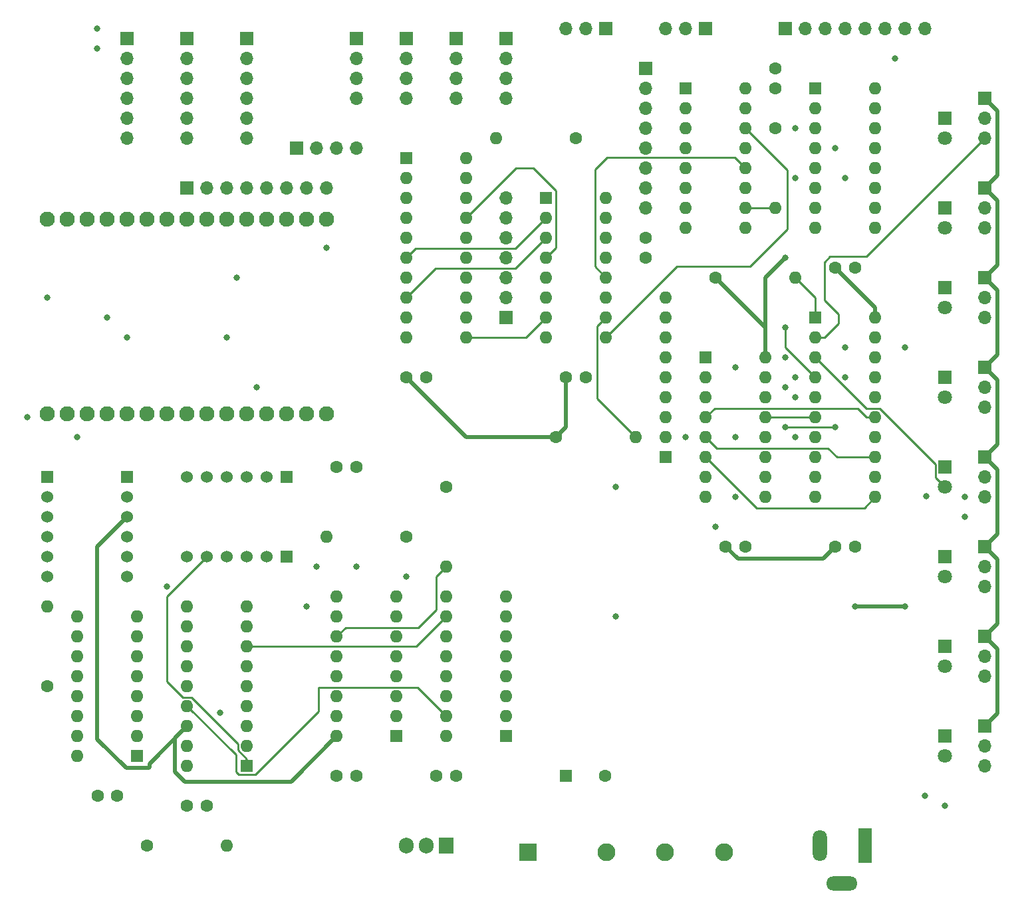
<source format=gbr>
%TF.GenerationSoftware,KiCad,Pcbnew,5.1.12-84ad8e8a86~92~ubuntu20.04.1*%
%TF.CreationDate,2021-11-23T15:55:34+01:00*%
%TF.ProjectId,ESP32wShiftRegisters,45535033-3277-4536-9869-667452656769,rev?*%
%TF.SameCoordinates,Original*%
%TF.FileFunction,Copper,L3,Inr*%
%TF.FilePolarity,Positive*%
%FSLAX46Y46*%
G04 Gerber Fmt 4.6, Leading zero omitted, Abs format (unit mm)*
G04 Created by KiCad (PCBNEW 5.1.12-84ad8e8a86~92~ubuntu20.04.1) date 2021-11-23 15:55:34*
%MOMM*%
%LPD*%
G01*
G04 APERTURE LIST*
%TA.AperFunction,ComponentPad*%
%ADD10R,1.800000X4.400000*%
%TD*%
%TA.AperFunction,ComponentPad*%
%ADD11O,1.800000X4.000000*%
%TD*%
%TA.AperFunction,ComponentPad*%
%ADD12O,4.000000X1.800000*%
%TD*%
%TA.AperFunction,ComponentPad*%
%ADD13O,1.600000X1.600000*%
%TD*%
%TA.AperFunction,ComponentPad*%
%ADD14R,1.600000X1.600000*%
%TD*%
%TA.AperFunction,ComponentPad*%
%ADD15C,1.800000*%
%TD*%
%TA.AperFunction,ComponentPad*%
%ADD16R,1.800000X1.800000*%
%TD*%
%TA.AperFunction,ComponentPad*%
%ADD17O,1.905000X2.000000*%
%TD*%
%TA.AperFunction,ComponentPad*%
%ADD18R,1.905000X2.000000*%
%TD*%
%TA.AperFunction,ComponentPad*%
%ADD19C,1.524000*%
%TD*%
%TA.AperFunction,ComponentPad*%
%ADD20R,1.524000X1.524000*%
%TD*%
%TA.AperFunction,ComponentPad*%
%ADD21C,1.930400*%
%TD*%
%TA.AperFunction,ComponentPad*%
%ADD22C,1.600000*%
%TD*%
%TA.AperFunction,ComponentPad*%
%ADD23O,1.700000X1.700000*%
%TD*%
%TA.AperFunction,ComponentPad*%
%ADD24R,1.700000X1.700000*%
%TD*%
%TA.AperFunction,ComponentPad*%
%ADD25C,2.270000*%
%TD*%
%TA.AperFunction,ComponentPad*%
%ADD26R,2.270000X2.270000*%
%TD*%
%TA.AperFunction,ViaPad*%
%ADD27C,0.800000*%
%TD*%
%TA.AperFunction,Conductor*%
%ADD28C,0.500000*%
%TD*%
%TA.AperFunction,Conductor*%
%ADD29C,0.250000*%
%TD*%
G04 APERTURE END LIST*
D10*
%TO.N,Net-(D9-Pad3)*%
%TO.C,J23*%
X120650000Y-121920000D03*
D11*
%TO.N,Net-(D9-Pad2)*%
X114850000Y-121920000D03*
D12*
%TO.N,N/C*%
X117650000Y-126720000D03*
%TD*%
D13*
%TO.N,Net-(D1-Pad1)*%
%TO.C,RN1*%
X95250000Y-52070000D03*
%TO.N,Net-(D2-Pad1)*%
X95250000Y-54610000D03*
%TO.N,Net-(D3-Pad1)*%
X95250000Y-57150000D03*
%TO.N,Net-(D4-Pad1)*%
X95250000Y-59690000D03*
%TO.N,Net-(D5-Pad1)*%
X95250000Y-62230000D03*
%TO.N,Net-(D6-Pad1)*%
X95250000Y-64770000D03*
%TO.N,Net-(D7-Pad1)*%
X95250000Y-67310000D03*
%TO.N,Net-(D8-Pad1)*%
X95250000Y-69850000D03*
D14*
%TO.N,GND*%
X95250000Y-72390000D03*
%TD*%
D15*
%TO.N,OUT_LED8*%
%TO.C,D8*%
X130810000Y-110490000D03*
D16*
%TO.N,Net-(D8-Pad1)*%
X130810000Y-107950000D03*
%TD*%
D15*
%TO.N,OUT_LED7*%
%TO.C,D7*%
X130810000Y-99060000D03*
D16*
%TO.N,Net-(D7-Pad1)*%
X130810000Y-96520000D03*
%TD*%
D15*
%TO.N,OUT_LED6*%
%TO.C,D6*%
X130810000Y-87630000D03*
D16*
%TO.N,Net-(D6-Pad1)*%
X130810000Y-85090000D03*
%TD*%
D15*
%TO.N,OUT_LED5*%
%TO.C,D5*%
X130810000Y-76200000D03*
D16*
%TO.N,Net-(D5-Pad1)*%
X130810000Y-73660000D03*
%TD*%
D15*
%TO.N,OUT_LED4*%
%TO.C,D4*%
X130810000Y-64770000D03*
D16*
%TO.N,Net-(D4-Pad1)*%
X130810000Y-62230000D03*
%TD*%
D15*
%TO.N,OUT_LED3*%
%TO.C,D3*%
X130810000Y-53340000D03*
D16*
%TO.N,Net-(D3-Pad1)*%
X130810000Y-50800000D03*
%TD*%
D15*
%TO.N,OUT_LED2*%
%TO.C,D2*%
X130810000Y-43180000D03*
D16*
%TO.N,Net-(D2-Pad1)*%
X130810000Y-40640000D03*
%TD*%
D15*
%TO.N,OUT_LED1*%
%TO.C,D1*%
X130810000Y-31750000D03*
D16*
%TO.N,Net-(D1-Pad1)*%
X130810000Y-29210000D03*
%TD*%
D17*
%TO.N,5V*%
%TO.C,U14*%
X62230000Y-121920000D03*
%TO.N,GND*%
X64770000Y-121920000D03*
D18*
%TO.N,Net-(D9-Pad1)*%
X67310000Y-121920000D03*
%TD*%
D13*
%TO.N,5V*%
%TO.C,U13*%
X67310000Y-107950000D03*
%TO.N,GND*%
X74930000Y-90170000D03*
%TO.N,P2S_CE*%
X67310000Y-105410000D03*
%TO.N,P2S_CASC1*%
X74930000Y-92710000D03*
%TO.N,Net-(U13-Pad14)*%
X67310000Y-102870000D03*
%TO.N,Net-(U13-Pad6)*%
X74930000Y-95250000D03*
%TO.N,Net-(U13-Pad13)*%
X67310000Y-100330000D03*
%TO.N,Net-(U13-Pad5)*%
X74930000Y-97790000D03*
%TO.N,Net-(U13-Pad12)*%
X67310000Y-97790000D03*
%TO.N,Net-(U13-Pad4)*%
X74930000Y-100330000D03*
%TO.N,Net-(U13-Pad11)*%
X67310000Y-95250000D03*
%TO.N,Net-(U13-Pad3)*%
X74930000Y-102870000D03*
%TO.N,P2S_CASC2*%
X67310000Y-92710000D03*
%TO.N,P2S_SCK*%
X74930000Y-105410000D03*
%TO.N,N/C*%
X67310000Y-90170000D03*
D14*
%TO.N,P2S_SHLD*%
X74930000Y-107950000D03*
%TD*%
D13*
%TO.N,N/C*%
%TO.C,U12*%
X34290000Y-111760000D03*
X41910000Y-91440000D03*
X34290000Y-109220000D03*
%TO.N,GND*%
X41910000Y-93980000D03*
%TO.N,5V*%
X34290000Y-106680000D03*
%TO.N,P2S_CASC2*%
X41910000Y-96520000D03*
%TO.N,P2S_CE*%
X34290000Y-104140000D03*
%TO.N,Net-(U10-Pad1)*%
X41910000Y-99060000D03*
%TO.N,Net-(U10-Pad6)*%
X34290000Y-101600000D03*
%TO.N,Net-(U10-Pad15)*%
X41910000Y-101600000D03*
%TO.N,Net-(U10-Pad4)*%
X34290000Y-99060000D03*
%TO.N,Net-(U10-Pad13)*%
X41910000Y-104140000D03*
%TO.N,Net-(U10-Pad5)*%
X34290000Y-96520000D03*
%TO.N,Net-(U10-Pad14)*%
X41910000Y-106680000D03*
%TO.N,Net-(U10-Pad7)*%
X34290000Y-93980000D03*
%TO.N,P2S_SCK*%
X41910000Y-109220000D03*
%TO.N,P2S_CASC3*%
X34290000Y-91440000D03*
D14*
%TO.N,P2S_SHLD*%
X41910000Y-111760000D03*
%TD*%
D13*
%TO.N,5V*%
%TO.C,U11*%
X121920000Y-25400000D03*
%TO.N,GND*%
X114300000Y-43180000D03*
%TO.N,P2S_CE*%
X121920000Y-27940000D03*
%TO.N,P2S_CASC3*%
X114300000Y-40640000D03*
%TO.N,Net-(J3-Pad5)*%
X121920000Y-30480000D03*
%TO.N,Net-(J3-Pad1)*%
X114300000Y-38100000D03*
%TO.N,Net-(J3-Pad6)*%
X121920000Y-33020000D03*
%TO.N,Net-(J3-Pad2)*%
X114300000Y-35560000D03*
%TO.N,Net-(J3-Pad7)*%
X121920000Y-35560000D03*
%TO.N,Net-(J3-Pad3)*%
X114300000Y-33020000D03*
%TO.N,Net-(J3-Pad8)*%
X121920000Y-38100000D03*
%TO.N,Net-(J3-Pad4)*%
X114300000Y-30480000D03*
%TO.N,N/C*%
X121920000Y-40640000D03*
%TO.N,P2S_SCK*%
X114300000Y-27940000D03*
%TO.N,N/C*%
X121920000Y-43180000D03*
D14*
%TO.N,P2S_SHLD*%
X114300000Y-25400000D03*
%TD*%
D13*
%TO.N,5V*%
%TO.C,U10*%
X20320000Y-110490000D03*
%TO.N,GND*%
X27940000Y-92710000D03*
%TO.N,Net-(U10-Pad15)*%
X20320000Y-107950000D03*
%TO.N,Net-(U10-Pad7)*%
X27940000Y-95250000D03*
%TO.N,Net-(U10-Pad14)*%
X20320000Y-105410000D03*
%TO.N,Net-(U10-Pad6)*%
X27940000Y-97790000D03*
%TO.N,Net-(U10-Pad13)*%
X20320000Y-102870000D03*
%TO.N,Net-(U10-Pad5)*%
X27940000Y-100330000D03*
%TO.N,CNT_RESET*%
X20320000Y-100330000D03*
%TO.N,Net-(U10-Pad4)*%
X27940000Y-102870000D03*
%TO.N,Net-(R7-Pad2)*%
X20320000Y-97790000D03*
%TO.N,N/C*%
X27940000Y-105410000D03*
X20320000Y-95250000D03*
X27940000Y-107950000D03*
%TO.N,Net-(R5-Pad2)*%
X20320000Y-92710000D03*
D14*
%TO.N,Net-(U10-Pad1)*%
X27940000Y-110490000D03*
%TD*%
D13*
%TO.N,5V*%
%TO.C,U9*%
X53340000Y-107950000D03*
%TO.N,GND*%
X60960000Y-90170000D03*
%TO.N,Net-(U13-Pad5)*%
X53340000Y-105410000D03*
%TO.N,Net-(U13-Pad11)*%
X60960000Y-92710000D03*
%TO.N,Net-(U13-Pad3)*%
X53340000Y-102870000D03*
%TO.N,Net-(U13-Pad14)*%
X60960000Y-95250000D03*
%TO.N,Net-(U13-Pad4)*%
X53340000Y-100330000D03*
%TO.N,Net-(U13-Pad12)*%
X60960000Y-97790000D03*
%TO.N,CNT_RESET*%
X53340000Y-97790000D03*
%TO.N,Net-(U13-Pad13)*%
X60960000Y-100330000D03*
%TO.N,Net-(R8-Pad2)*%
X53340000Y-95250000D03*
%TO.N,N/C*%
X60960000Y-102870000D03*
X53340000Y-92710000D03*
X60960000Y-105410000D03*
%TO.N,Net-(R6-Pad2)*%
X53340000Y-90170000D03*
D14*
%TO.N,Net-(U13-Pad6)*%
X60960000Y-107950000D03*
%TD*%
D13*
%TO.N,5V*%
%TO.C,U8*%
X107950000Y-59690000D03*
%TO.N,GND*%
X100330000Y-77470000D03*
%TO.N,P2S_CE*%
X107950000Y-62230000D03*
%TO.N,P2S_SDA*%
X100330000Y-74930000D03*
%TO.N,D3*%
X107950000Y-64770000D03*
%TO.N,D7*%
X100330000Y-72390000D03*
%TO.N,D2*%
X107950000Y-67310000D03*
%TO.N,D6*%
X100330000Y-69850000D03*
%TO.N,D1*%
X107950000Y-69850000D03*
%TO.N,D5*%
X100330000Y-67310000D03*
%TO.N,D0*%
X107950000Y-72390000D03*
%TO.N,D4*%
X100330000Y-64770000D03*
%TO.N,P2S_CASC1*%
X107950000Y-74930000D03*
%TO.N,P2S_SCK*%
X100330000Y-62230000D03*
%TO.N,N/C*%
X107950000Y-77470000D03*
D14*
%TO.N,P2S_SHLD*%
X100330000Y-59690000D03*
%TD*%
D19*
%TO.N,CNT_RESET*%
%TO.C,U7*%
X26670000Y-87630000D03*
%TO.N,S2P_SDA*%
X26670000Y-85090000D03*
%TO.N,GND*%
X26670000Y-82550000D03*
%TO.N,5V*%
X26670000Y-80010000D03*
%TO.N,S2P_SCL*%
X26670000Y-77470000D03*
D20*
%TO.N,S2P_LATCH*%
X26670000Y-74930000D03*
D19*
%TO.N,3VCNT_RESET*%
X16510000Y-87630000D03*
%TO.N,3VS2P_SDA*%
X16510000Y-85090000D03*
%TO.N,GND*%
X16510000Y-82550000D03*
%TO.N,+3V*%
X16510000Y-80010000D03*
%TO.N,3VS2P_SCL*%
X16510000Y-77470000D03*
D20*
%TO.N,3VS2P_LATCH*%
X16510000Y-74930000D03*
%TD*%
D19*
%TO.N,P2S_CE*%
%TO.C,U6*%
X34290000Y-85090000D03*
%TO.N,P2S_SHLD*%
X36830000Y-85090000D03*
%TO.N,GND*%
X39370000Y-85090000D03*
%TO.N,5V*%
X41910000Y-85090000D03*
%TO.N,P2S_SCK*%
X44450000Y-85090000D03*
D20*
%TO.N,P2S_SDA*%
X46990000Y-85090000D03*
D19*
%TO.N,3VP2S_CE*%
X34290000Y-74930000D03*
%TO.N,3VP2S_SHLD*%
X36830000Y-74930000D03*
%TO.N,GND*%
X39370000Y-74930000D03*
%TO.N,+3V*%
X41910000Y-74930000D03*
%TO.N,3VP2S_SCK*%
X44450000Y-74930000D03*
D20*
%TO.N,3VP2S_SDA*%
X46990000Y-74930000D03*
%TD*%
D21*
%TO.N,EN*%
%TO.C,U5*%
X52060000Y-42110000D03*
%TO.N,VP*%
X49520000Y-42110000D03*
%TO.N,VN*%
X46980000Y-42110000D03*
%TO.N,IO34*%
X44440000Y-42110000D03*
%TO.N,IO35*%
X41900000Y-42110000D03*
%TO.N,IO32*%
X39360000Y-42110000D03*
%TO.N,IO33*%
X36820000Y-42110000D03*
%TO.N,IO25*%
X34280000Y-42110000D03*
%TO.N,XSHUT3*%
X31740000Y-42110000D03*
%TO.N,XSHUT2*%
X29200000Y-42110000D03*
%TO.N,XSHUT1*%
X26660000Y-42110000D03*
%TO.N,N/C*%
X24120000Y-42110000D03*
%TO.N,3VCNT_RESET*%
X21580000Y-42110000D03*
%TO.N,GND*%
X19040000Y-42110000D03*
%TO.N,5V*%
X16500000Y-42110000D03*
%TO.N,3VP2S_SDA*%
X52060000Y-66880000D03*
%TO.N,I2C_SCL*%
X49520000Y-66880000D03*
%TO.N,N/C*%
X46980000Y-66880000D03*
%TO.N,3VP2S_SCK*%
X44440000Y-66880000D03*
%TO.N,I2C_SDA*%
X41900000Y-66880000D03*
%TO.N,3VP2S_SHLD*%
X39360000Y-66880000D03*
%TO.N,3VP2S_CE*%
X36820000Y-66880000D03*
%TO.N,M_PWMB*%
X34280000Y-66880000D03*
%TO.N,3VS2P_SCL*%
X31740000Y-66880000D03*
%TO.N,3VS2P_LATCH*%
X29200000Y-66880000D03*
%TO.N,3VS2P_SDA*%
X26660000Y-66880000D03*
%TO.N,N/C*%
X24120000Y-66880000D03*
%TO.N,M_PWMA*%
X21580000Y-66880000D03*
%TO.N,GND*%
X19040000Y-66880000D03*
%TO.N,+3V*%
X16500000Y-66880000D03*
%TD*%
D13*
%TO.N,5V*%
%TO.C,U4*%
X69850000Y-34290000D03*
%TO.N,GND*%
X62230000Y-57150000D03*
%TO.N,Net-(R4-Pad2)*%
X69850000Y-36830000D03*
%TO.N,Net-(J2-Pad1)*%
X62230000Y-54610000D03*
%TO.N,IN1*%
X69850000Y-39370000D03*
%TO.N,595_OUT3*%
X62230000Y-52070000D03*
%TO.N,595_OUT4*%
X69850000Y-41910000D03*
%TO.N,Net-(J2-Pad2)*%
X62230000Y-49530000D03*
%TO.N,IN2*%
X69850000Y-44450000D03*
%TO.N,595_OUT2*%
X62230000Y-46990000D03*
%TO.N,595_OUT5*%
X69850000Y-46990000D03*
%TO.N,Net-(J2-Pad3)*%
X62230000Y-44450000D03*
%TO.N,IN3*%
X69850000Y-49530000D03*
%TO.N,595_OUT1*%
X62230000Y-41910000D03*
%TO.N,595_OUT6*%
X69850000Y-52070000D03*
%TO.N,Net-(J2-Pad4)*%
X62230000Y-39370000D03*
%TO.N,IN4*%
X69850000Y-54610000D03*
%TO.N,595_OUT0*%
X62230000Y-36830000D03*
%TO.N,595_OUT7*%
X69850000Y-57150000D03*
D14*
%TO.N,Net-(R4-Pad2)*%
X62230000Y-34290000D03*
%TD*%
D13*
%TO.N,5V*%
%TO.C,U3*%
X121920000Y-54610000D03*
%TO.N,GND*%
X114300000Y-77470000D03*
%TO.N,Net-(R1-Pad2)*%
X121920000Y-57150000D03*
%TO.N,OUT_LED8*%
X114300000Y-74930000D03*
%TO.N,OUT_LED1*%
X121920000Y-59690000D03*
%TO.N,D3*%
X114300000Y-72390000D03*
%TO.N,D4*%
X121920000Y-62230000D03*
%TO.N,OUT_LED7*%
X114300000Y-69850000D03*
%TO.N,OUT_LED2*%
X121920000Y-64770000D03*
%TO.N,D2*%
X114300000Y-67310000D03*
%TO.N,D5*%
X121920000Y-67310000D03*
%TO.N,OUT_LED6*%
X114300000Y-64770000D03*
%TO.N,OUT_LED3*%
X121920000Y-69850000D03*
%TO.N,D1*%
X114300000Y-62230000D03*
%TO.N,D6*%
X121920000Y-72390000D03*
%TO.N,OUT_LED5*%
X114300000Y-59690000D03*
%TO.N,OUT_LED4*%
X121920000Y-74930000D03*
%TO.N,D0*%
X114300000Y-57150000D03*
%TO.N,D7*%
X121920000Y-77470000D03*
D14*
%TO.N,Net-(R1-Pad2)*%
X114300000Y-54610000D03*
%TD*%
D13*
%TO.N,5V*%
%TO.C,U2*%
X87630000Y-39370000D03*
%TO.N,GND*%
X80010000Y-57150000D03*
%TO.N,595_OUT0*%
X87630000Y-41910000D03*
%TO.N,595_OUT7*%
X80010000Y-54610000D03*
%TO.N,S2P_SDA*%
X87630000Y-44450000D03*
%TO.N,595_OUT6*%
X80010000Y-52070000D03*
%TO.N,GND*%
X87630000Y-46990000D03*
%TO.N,595_OUT5*%
X80010000Y-49530000D03*
%TO.N,S2P_LATCH*%
X87630000Y-49530000D03*
%TO.N,595_OUT4*%
X80010000Y-46990000D03*
%TO.N,S2P_SCL*%
X87630000Y-52070000D03*
%TO.N,595_OUT3*%
X80010000Y-44450000D03*
%TO.N,Net-(R2-Pad2)*%
X87630000Y-54610000D03*
%TO.N,595_OUT2*%
X80010000Y-41910000D03*
%TO.N,Net-(U1-Pad14)*%
X87630000Y-57150000D03*
D14*
%TO.N,595_OUT1*%
X80010000Y-39370000D03*
%TD*%
D13*
%TO.N,5V*%
%TO.C,U1*%
X105410000Y-25400000D03*
%TO.N,GND*%
X97790000Y-43180000D03*
%TO.N,Net-(J1-Pad1)*%
X105410000Y-27940000D03*
%TO.N,Net-(J1-Pad8)*%
X97790000Y-40640000D03*
%TO.N,Net-(U1-Pad14)*%
X105410000Y-30480000D03*
%TO.N,Net-(J1-Pad7)*%
X97790000Y-38100000D03*
%TO.N,GND*%
X105410000Y-33020000D03*
%TO.N,Net-(J1-Pad6)*%
X97790000Y-35560000D03*
%TO.N,S2P_LATCH*%
X105410000Y-35560000D03*
%TO.N,Net-(J1-Pad5)*%
X97790000Y-33020000D03*
%TO.N,S2P_SCL*%
X105410000Y-38100000D03*
%TO.N,Net-(J1-Pad4)*%
X97790000Y-30480000D03*
%TO.N,Net-(R3-Pad2)*%
X105410000Y-40640000D03*
%TO.N,Net-(J1-Pad3)*%
X97790000Y-27940000D03*
%TO.N,N/C*%
X105410000Y-43180000D03*
D14*
%TO.N,Net-(J1-Pad2)*%
X97790000Y-25400000D03*
%TD*%
D13*
%TO.N,Net-(R8-Pad2)*%
%TO.C,R8*%
X67310000Y-86360000D03*
D22*
%TO.N,CNT1_IN*%
X67310000Y-76200000D03*
%TD*%
D13*
%TO.N,Net-(R7-Pad2)*%
%TO.C,R7*%
X52070000Y-82550000D03*
D22*
%TO.N,CNT1_IN*%
X62230000Y-82550000D03*
%TD*%
D13*
%TO.N,Net-(R6-Pad2)*%
%TO.C,R6*%
X39370000Y-121920000D03*
D22*
%TO.N,5V*%
X29210000Y-121920000D03*
%TD*%
D13*
%TO.N,Net-(R5-Pad2)*%
%TO.C,R5*%
X16510000Y-91440000D03*
D22*
%TO.N,5V*%
X16510000Y-101600000D03*
%TD*%
D13*
%TO.N,Net-(R4-Pad2)*%
%TO.C,R4*%
X73660000Y-31750000D03*
D22*
%TO.N,5V*%
X83820000Y-31750000D03*
%TD*%
D13*
%TO.N,Net-(R3-Pad2)*%
%TO.C,R3*%
X109220000Y-40640000D03*
D22*
%TO.N,5V*%
X109220000Y-30480000D03*
%TD*%
D13*
%TO.N,Net-(R2-Pad2)*%
%TO.C,R2*%
X91440000Y-69850000D03*
D22*
%TO.N,5V*%
X81280000Y-69850000D03*
%TD*%
D13*
%TO.N,Net-(R1-Pad2)*%
%TO.C,R1*%
X111760000Y-49530000D03*
D22*
%TO.N,5V*%
X101600000Y-49530000D03*
%TD*%
D23*
%TO.N,CNT1_IN*%
%TO.C,J22*%
X82550000Y-17780000D03*
%TO.N,GND*%
X85090000Y-17780000D03*
D24*
%TO.N,5V*%
X87630000Y-17780000D03*
%TD*%
D23*
%TO.N,CNT1_IN*%
%TO.C,J21*%
X95250000Y-17780000D03*
%TO.N,GND*%
X97790000Y-17780000D03*
D24*
%TO.N,5V*%
X100330000Y-17780000D03*
%TD*%
D23*
%TO.N,D7*%
%TO.C,J20*%
X135890000Y-111760000D03*
%TO.N,GND*%
X135890000Y-109220000D03*
D24*
%TO.N,5V*%
X135890000Y-106680000D03*
%TD*%
D23*
%TO.N,I2C_SDA*%
%TO.C,J19*%
X55880000Y-26670000D03*
%TO.N,I2C_SCL*%
X55880000Y-24130000D03*
%TO.N,GND*%
X55880000Y-21590000D03*
D24*
%TO.N,+3V*%
X55880000Y-19050000D03*
%TD*%
D23*
%TO.N,D6*%
%TO.C,J18*%
X135890000Y-100330000D03*
%TO.N,GND*%
X135890000Y-97790000D03*
D24*
%TO.N,5V*%
X135890000Y-95250000D03*
%TD*%
D23*
%TO.N,EN*%
%TO.C,J17*%
X52070000Y-38100000D03*
%TO.N,VP*%
X49530000Y-38100000D03*
%TO.N,VN*%
X46990000Y-38100000D03*
%TO.N,IO34*%
X44450000Y-38100000D03*
%TO.N,IO35*%
X41910000Y-38100000D03*
%TO.N,IO32*%
X39370000Y-38100000D03*
%TO.N,IO33*%
X36830000Y-38100000D03*
D24*
%TO.N,IO25*%
X34290000Y-38100000D03*
%TD*%
D23*
%TO.N,XSHUT3*%
%TO.C,J16*%
X41910000Y-31750000D03*
%TO.N,N/C*%
X41910000Y-29210000D03*
%TO.N,I2C_SDA*%
X41910000Y-26670000D03*
%TO.N,I2C_SCL*%
X41910000Y-24130000D03*
%TO.N,GND*%
X41910000Y-21590000D03*
D24*
%TO.N,+3V*%
X41910000Y-19050000D03*
%TD*%
D23*
%TO.N,GND*%
%TO.C,J15*%
X74930000Y-39370000D03*
%TO.N,M_PWMA*%
X74930000Y-41910000D03*
%TO.N,IN1*%
X74930000Y-44450000D03*
%TO.N,IN2*%
X74930000Y-46990000D03*
%TO.N,IN3*%
X74930000Y-49530000D03*
%TO.N,IN4*%
X74930000Y-52070000D03*
D24*
%TO.N,M_PWMB*%
X74930000Y-54610000D03*
%TD*%
D23*
%TO.N,I2C_SDA*%
%TO.C,J14*%
X62230000Y-26670000D03*
%TO.N,I2C_SCL*%
X62230000Y-24130000D03*
%TO.N,GND*%
X62230000Y-21590000D03*
D24*
%TO.N,+3V*%
X62230000Y-19050000D03*
%TD*%
D23*
%TO.N,D5*%
%TO.C,J13*%
X135890000Y-88900000D03*
%TO.N,GND*%
X135890000Y-86360000D03*
D24*
%TO.N,5V*%
X135890000Y-83820000D03*
%TD*%
D23*
%TO.N,XSHUT2*%
%TO.C,J12*%
X34290000Y-31750000D03*
%TO.N,N/C*%
X34290000Y-29210000D03*
%TO.N,I2C_SDA*%
X34290000Y-26670000D03*
%TO.N,I2C_SCL*%
X34290000Y-24130000D03*
%TO.N,GND*%
X34290000Y-21590000D03*
D24*
%TO.N,+3V*%
X34290000Y-19050000D03*
%TD*%
D23*
%TO.N,I2C_SDA*%
%TO.C,J11*%
X74930000Y-26670000D03*
%TO.N,I2C_SCL*%
X74930000Y-24130000D03*
%TO.N,GND*%
X74930000Y-21590000D03*
D24*
%TO.N,+3V*%
X74930000Y-19050000D03*
%TD*%
D23*
%TO.N,D4*%
%TO.C,J10*%
X135890000Y-77470000D03*
%TO.N,GND*%
X135890000Y-74930000D03*
D24*
%TO.N,5V*%
X135890000Y-72390000D03*
%TD*%
D23*
%TO.N,D3*%
%TO.C,J9*%
X135890000Y-66040000D03*
%TO.N,GND*%
X135890000Y-63500000D03*
D24*
%TO.N,5V*%
X135890000Y-60960000D03*
%TD*%
D23*
%TO.N,XSHUT1*%
%TO.C,J8*%
X26670000Y-31750000D03*
%TO.N,N/C*%
X26670000Y-29210000D03*
%TO.N,I2C_SDA*%
X26670000Y-26670000D03*
%TO.N,I2C_SCL*%
X26670000Y-24130000D03*
%TO.N,GND*%
X26670000Y-21590000D03*
D24*
%TO.N,+3V*%
X26670000Y-19050000D03*
%TD*%
D23*
%TO.N,I2C_SDA*%
%TO.C,J7*%
X68580000Y-26670000D03*
%TO.N,I2C_SCL*%
X68580000Y-24130000D03*
%TO.N,GND*%
X68580000Y-21590000D03*
D24*
%TO.N,+3V*%
X68580000Y-19050000D03*
%TD*%
D23*
%TO.N,D2*%
%TO.C,J6*%
X135890000Y-54610000D03*
%TO.N,GND*%
X135890000Y-52070000D03*
D24*
%TO.N,5V*%
X135890000Y-49530000D03*
%TD*%
D23*
%TO.N,D1*%
%TO.C,J5*%
X135890000Y-43180000D03*
%TO.N,GND*%
X135890000Y-40640000D03*
D24*
%TO.N,5V*%
X135890000Y-38100000D03*
%TD*%
D23*
%TO.N,D0*%
%TO.C,J4*%
X135890000Y-31750000D03*
%TO.N,GND*%
X135890000Y-29210000D03*
D24*
%TO.N,5V*%
X135890000Y-26670000D03*
%TD*%
D23*
%TO.N,Net-(J3-Pad8)*%
%TO.C,J3*%
X128270000Y-17780000D03*
%TO.N,Net-(J3-Pad7)*%
X125730000Y-17780000D03*
%TO.N,Net-(J3-Pad6)*%
X123190000Y-17780000D03*
%TO.N,Net-(J3-Pad5)*%
X120650000Y-17780000D03*
%TO.N,Net-(J3-Pad4)*%
X118110000Y-17780000D03*
%TO.N,Net-(J3-Pad3)*%
X115570000Y-17780000D03*
%TO.N,Net-(J3-Pad2)*%
X113030000Y-17780000D03*
D24*
%TO.N,Net-(J3-Pad1)*%
X110490000Y-17780000D03*
%TD*%
D23*
%TO.N,Net-(J2-Pad4)*%
%TO.C,J2*%
X55880000Y-33020000D03*
%TO.N,Net-(J2-Pad3)*%
X53340000Y-33020000D03*
%TO.N,Net-(J2-Pad2)*%
X50800000Y-33020000D03*
D24*
%TO.N,Net-(J2-Pad1)*%
X48260000Y-33020000D03*
%TD*%
D23*
%TO.N,Net-(J1-Pad8)*%
%TO.C,J1*%
X92710000Y-40640000D03*
%TO.N,Net-(J1-Pad7)*%
X92710000Y-38100000D03*
%TO.N,Net-(J1-Pad6)*%
X92710000Y-35560000D03*
%TO.N,Net-(J1-Pad5)*%
X92710000Y-33020000D03*
%TO.N,Net-(J1-Pad4)*%
X92710000Y-30480000D03*
%TO.N,Net-(J1-Pad3)*%
X92710000Y-27940000D03*
%TO.N,Net-(J1-Pad2)*%
X92710000Y-25400000D03*
D24*
%TO.N,Net-(J1-Pad1)*%
X92710000Y-22860000D03*
%TD*%
D25*
%TO.N,GND*%
%TO.C,D9*%
X102670000Y-122770000D03*
%TO.N,Net-(D9-Pad3)*%
X95170000Y-122770000D03*
%TO.N,Net-(D9-Pad2)*%
X87670000Y-122770000D03*
D26*
%TO.N,Net-(D9-Pad1)*%
X77670000Y-122770000D03*
%TD*%
D22*
%TO.N,GND*%
%TO.C,C13*%
X87550000Y-113030000D03*
D14*
%TO.N,5V*%
X82550000Y-113030000D03*
%TD*%
D22*
%TO.N,GND*%
%TO.C,C12*%
X109220000Y-22860000D03*
%TO.N,5V*%
X109220000Y-25360000D03*
%TD*%
%TO.N,GND*%
%TO.C,C11*%
X55840000Y-113030000D03*
%TO.N,5V*%
X53340000Y-113030000D03*
%TD*%
%TO.N,GND*%
%TO.C,C10*%
X85050000Y-62230000D03*
%TO.N,5V*%
X82550000Y-62230000D03*
%TD*%
%TO.N,GND*%
%TO.C,C9*%
X55840000Y-73660000D03*
%TO.N,5V*%
X53340000Y-73660000D03*
%TD*%
%TO.N,GND*%
%TO.C,C8*%
X92710000Y-44490000D03*
%TO.N,5V*%
X92710000Y-46990000D03*
%TD*%
%TO.N,GND*%
%TO.C,C7*%
X105370000Y-83820000D03*
%TO.N,5V*%
X102870000Y-83820000D03*
%TD*%
%TO.N,GND*%
%TO.C,C6*%
X119340000Y-48260000D03*
%TO.N,5V*%
X116840000Y-48260000D03*
%TD*%
%TO.N,GND*%
%TO.C,C5*%
X68540000Y-113030000D03*
%TO.N,5V*%
X66040000Y-113030000D03*
%TD*%
%TO.N,GND*%
%TO.C,C4*%
X25400000Y-115570000D03*
%TO.N,5V*%
X22900000Y-115570000D03*
%TD*%
%TO.N,GND*%
%TO.C,C3*%
X36790000Y-116840000D03*
%TO.N,5V*%
X34290000Y-116840000D03*
%TD*%
%TO.N,GND*%
%TO.C,C2*%
X119340000Y-83820000D03*
%TO.N,5V*%
X116840000Y-83820000D03*
%TD*%
%TO.N,GND*%
%TO.C,C1*%
X64730000Y-62230000D03*
%TO.N,5V*%
X62230000Y-62230000D03*
%TD*%
D27*
%TO.N,GND*%
X130810000Y-116840000D03*
X128270000Y-115570000D03*
X22860000Y-20320000D03*
X22860000Y-17780000D03*
X62230000Y-87630000D03*
X55880000Y-86360000D03*
X50800000Y-86360000D03*
X49530000Y-91440000D03*
%TO.N,5V*%
X20320000Y-69850000D03*
X16510000Y-52070000D03*
X119380000Y-91440000D03*
X125730000Y-91440000D03*
X110490000Y-46990000D03*
X124460000Y-21590000D03*
X118110000Y-36830000D03*
X111760000Y-36830000D03*
%TO.N,Net-(J3-Pad2)*%
X116840000Y-33020000D03*
%TO.N,Net-(J3-Pad1)*%
X111760000Y-30480000D03*
%TO.N,D0*%
X104140000Y-60960000D03*
X104140000Y-69850000D03*
%TO.N,D1*%
X110490000Y-55880000D03*
X110490000Y-68580000D03*
X116840000Y-68580000D03*
%TO.N,D2*%
X125730000Y-58420000D03*
X118110000Y-62230000D03*
X118110000Y-58420000D03*
%TO.N,I2C_SDA*%
X24130000Y-54610000D03*
%TO.N,I2C_SCL*%
X43180000Y-63500000D03*
X39370000Y-57150000D03*
X40640000Y-49530000D03*
%TO.N,D3*%
X110490000Y-63500000D03*
%TO.N,D4*%
X133350000Y-77470000D03*
X128368499Y-77371501D03*
X133350000Y-80010000D03*
%TO.N,M_PWMA*%
X26670000Y-57150000D03*
X52070000Y-45720000D03*
%TO.N,Net-(R7-Pad2)*%
X31750000Y-88900000D03*
%TO.N,3VCNT_RESET*%
X13970000Y-67310000D03*
%TO.N,P2S_CE*%
X88900000Y-92710000D03*
X101600000Y-81280000D03*
X104140000Y-77470000D03*
X111760000Y-69850000D03*
X111760000Y-64770000D03*
X111760000Y-62230000D03*
X110490000Y-59690000D03*
%TO.N,P2S_SCK*%
X88900000Y-76200000D03*
X97790000Y-69850000D03*
%TO.N,Net-(U10-Pad13)*%
X38493366Y-105016635D03*
%TD*%
D28*
%TO.N,5V*%
X82550000Y-68580000D02*
X81280000Y-69850000D01*
X82550000Y-62230000D02*
X82550000Y-68580000D01*
X137490001Y-96850001D02*
X135890000Y-95250000D01*
X137490001Y-105079999D02*
X137490001Y-96850001D01*
X135890000Y-106680000D02*
X137490001Y-105079999D01*
X137490001Y-85420001D02*
X135890000Y-83820000D01*
X137490001Y-93649999D02*
X137490001Y-85420001D01*
X135890000Y-95250000D02*
X137490001Y-93649999D01*
X137490001Y-73990001D02*
X135890000Y-72390000D01*
X137490001Y-82219999D02*
X137490001Y-73990001D01*
X135890000Y-83820000D02*
X137490001Y-82219999D01*
X137490001Y-62560001D02*
X135890000Y-60960000D01*
X137490001Y-70789999D02*
X137490001Y-62560001D01*
X135890000Y-72390000D02*
X137490001Y-70789999D01*
X137490001Y-59359999D02*
X137490001Y-51130001D01*
X137490001Y-51130001D02*
X135890000Y-49530000D01*
X135890000Y-60960000D02*
X137490001Y-59359999D01*
X137490001Y-39700001D02*
X135890000Y-38100000D01*
X137490001Y-47929999D02*
X137490001Y-39700001D01*
X135890000Y-49530000D02*
X137490001Y-47929999D01*
X137490001Y-36499999D02*
X137490001Y-28270001D01*
X137490001Y-28270001D02*
X135890000Y-26670000D01*
X135890000Y-38100000D02*
X137490001Y-36499999D01*
X69850000Y-69850000D02*
X62230000Y-62230000D01*
X81280000Y-69850000D02*
X69850000Y-69850000D01*
X29340001Y-112040001D02*
X26539999Y-112040001D01*
X26539999Y-112040001D02*
X22860000Y-108360002D01*
X29490001Y-111890001D02*
X29340001Y-112040001D01*
X29490001Y-111479999D02*
X29490001Y-111890001D01*
X34290000Y-106680000D02*
X29490001Y-111479999D01*
X22860000Y-83820000D02*
X26670000Y-80010000D01*
X22860000Y-108360002D02*
X22860000Y-83820000D01*
X32739999Y-112504001D02*
X32739999Y-108230001D01*
X32739999Y-108230001D02*
X34290000Y-106680000D01*
X47529989Y-113760011D02*
X33996009Y-113760011D01*
X53340000Y-107950000D02*
X47529989Y-113760011D01*
X33996009Y-113760011D02*
X32739999Y-112504001D01*
X115289999Y-85370001D02*
X116840000Y-83820000D01*
X104420001Y-85370001D02*
X115289999Y-85370001D01*
X102870000Y-83820000D02*
X104420001Y-85370001D01*
X121920000Y-53340000D02*
X116840000Y-48260000D01*
X121920000Y-54610000D02*
X121920000Y-53340000D01*
X125730000Y-91440000D02*
X119380000Y-91440000D01*
X107950000Y-55880000D02*
X101600000Y-49530000D01*
X107950000Y-59690000D02*
X107950000Y-55880000D01*
X107950000Y-49530000D02*
X110490000Y-46990000D01*
X107950000Y-55880000D02*
X107950000Y-49530000D01*
D29*
%TO.N,OUT_LED5*%
X129584999Y-74974999D02*
X130810000Y-76200000D01*
X122460001Y-66184999D02*
X129584999Y-73309997D01*
X120794999Y-66184999D02*
X122460001Y-66184999D01*
X129584999Y-73309997D02*
X129584999Y-74974999D01*
X114300000Y-59690000D02*
X120794999Y-66184999D01*
%TO.N,D0*%
X116155999Y-46834999D02*
X115414999Y-47575999D01*
X135890000Y-31750000D02*
X120805001Y-46834999D01*
X115414999Y-47575999D02*
X115414999Y-52395019D01*
X117234990Y-54215010D02*
X117234990Y-55346380D01*
X115414999Y-52395019D02*
X117234990Y-54215010D01*
X117234990Y-55346380D02*
X115431370Y-57150000D01*
X120805001Y-46834999D02*
X116155999Y-46834999D01*
X115431370Y-57150000D02*
X114300000Y-57150000D01*
%TO.N,D1*%
X110490000Y-58420000D02*
X110490000Y-55880000D01*
X114300000Y-62230000D02*
X110490000Y-58420000D01*
X110490000Y-68580000D02*
X116840000Y-68580000D01*
%TO.N,D2*%
X107950000Y-67310000D02*
X114300000Y-67310000D01*
%TO.N,D5*%
X120788630Y-67310000D02*
X119663629Y-66184999D01*
X119663629Y-66184999D02*
X101455001Y-66184999D01*
X121920000Y-67310000D02*
X120788630Y-67310000D01*
X101455001Y-66184999D02*
X100330000Y-67310000D01*
%TO.N,D6*%
X121920000Y-72390000D02*
X117036998Y-72390000D01*
X115911997Y-71264999D02*
X101744999Y-71264999D01*
X101744999Y-71264999D02*
X100330000Y-69850000D01*
X117036998Y-72390000D02*
X115911997Y-71264999D01*
%TO.N,D7*%
X106835001Y-78895001D02*
X100330000Y-72390000D01*
X120494999Y-78895001D02*
X106835001Y-78895001D01*
X121920000Y-77470000D02*
X120494999Y-78895001D01*
%TO.N,Net-(R1-Pad2)*%
X114300000Y-52070000D02*
X111760000Y-49530000D01*
X114300000Y-54610000D02*
X114300000Y-52070000D01*
%TO.N,Net-(R2-Pad2)*%
X86504999Y-55735001D02*
X87630000Y-54610000D01*
X86504999Y-64914999D02*
X86504999Y-55735001D01*
X91440000Y-69850000D02*
X86504999Y-64914999D01*
%TO.N,Net-(R3-Pad2)*%
X105410000Y-40640000D02*
X109220000Y-40640000D01*
%TO.N,Net-(R8-Pad2)*%
X54465001Y-94124999D02*
X53340000Y-95250000D01*
X63750003Y-94124999D02*
X54465001Y-94124999D01*
X66040000Y-91835002D02*
X63750003Y-94124999D01*
X67310000Y-86360000D02*
X66040000Y-87630000D01*
X66040000Y-87630000D02*
X66040000Y-91835002D01*
%TO.N,Net-(U1-Pad14)*%
X105960003Y-48104999D02*
X110734999Y-43330003D01*
X96675001Y-48104999D02*
X105960003Y-48104999D01*
X87630000Y-57150000D02*
X96675001Y-48104999D01*
X110734999Y-35804999D02*
X105410000Y-30480000D01*
X110734999Y-43330003D02*
X110734999Y-35804999D01*
%TO.N,S2P_LATCH*%
X86204999Y-48104999D02*
X86204999Y-35715001D01*
X87630000Y-49530000D02*
X86204999Y-48104999D01*
X104045001Y-34195001D02*
X105410000Y-35560000D01*
X87724999Y-34195001D02*
X104045001Y-34195001D01*
X86204999Y-35715001D02*
X87724999Y-34195001D01*
%TO.N,595_OUT7*%
X77470000Y-57150000D02*
X80010000Y-54610000D01*
X69850000Y-57150000D02*
X77470000Y-57150000D01*
%TO.N,595_OUT4*%
X80010000Y-46990000D02*
X81280000Y-45720000D01*
X81280000Y-38454998D02*
X78385002Y-35560000D01*
X81280000Y-45720000D02*
X81280000Y-38454998D01*
X76200000Y-35560000D02*
X69850000Y-41910000D01*
X78385002Y-35560000D02*
X76200000Y-35560000D01*
%TO.N,595_OUT3*%
X76105001Y-48354999D02*
X80010000Y-44450000D01*
X65945001Y-48354999D02*
X76105001Y-48354999D01*
X62230000Y-52070000D02*
X65945001Y-48354999D01*
%TO.N,595_OUT2*%
X63405001Y-45814999D02*
X62230000Y-46990000D01*
X76105001Y-45814999D02*
X63405001Y-45814999D01*
X80010000Y-41910000D02*
X76105001Y-45814999D01*
%TO.N,P2S_CE*%
X67310000Y-105410000D02*
X63644999Y-101744999D01*
X51050003Y-101744999D02*
X51050003Y-104804999D01*
X40495001Y-110345001D02*
X34290000Y-104140000D01*
X51050003Y-104804999D02*
X42970001Y-112885001D01*
X40849999Y-112885001D02*
X40495001Y-112530003D01*
X42970001Y-112885001D02*
X40849999Y-112885001D01*
X63644999Y-101744999D02*
X51050003Y-101744999D01*
X40495001Y-112530003D02*
X40495001Y-110345001D01*
%TO.N,P2S_SHLD*%
X36830000Y-85090000D02*
X31750000Y-90170000D01*
X41910000Y-110885002D02*
X41910000Y-111760000D01*
X40784999Y-109760001D02*
X41910000Y-110885002D01*
X40784999Y-108969997D02*
X40784999Y-109760001D01*
X34830001Y-103014999D02*
X40784999Y-108969997D01*
X33749999Y-103014999D02*
X34830001Y-103014999D01*
X31750000Y-90170000D02*
X31750000Y-101015000D01*
X31750000Y-101015000D02*
X33749999Y-103014999D01*
%TO.N,P2S_CASC2*%
X41910000Y-96520000D02*
X63500000Y-96520000D01*
X63500000Y-96520000D02*
X67310000Y-92710000D01*
%TD*%
M02*

</source>
